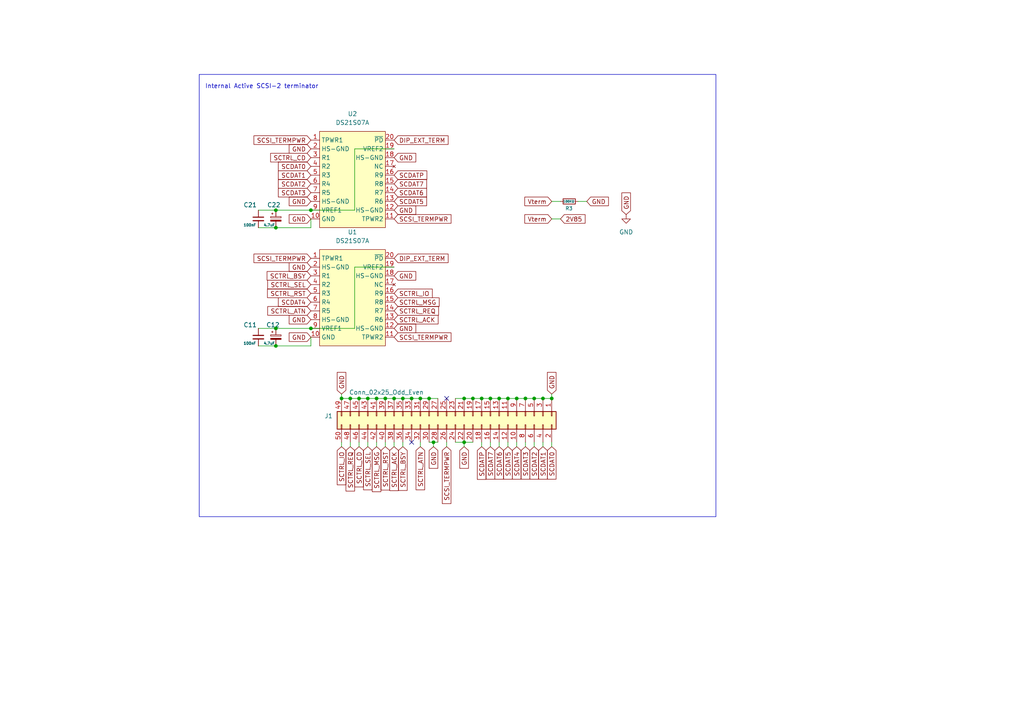
<source format=kicad_sch>
(kicad_sch (version 20250114) (generator "eeschema") (generator_version "9.0")
  (paper "A4")
  (title_block (title "A4092 backpanel PCB") (rev "PROTO0") (company "amiga.technology"))
  (lib_symbols
    (symbol "Connector_Generic:Conn_02x25_Odd_Even" (pin_names (offset 1.016) (hide yes))
      (property "Reference" "J" (at 1.27 33.02 0))
      (property "Value" "Conn_02x25_Odd_Even" (at 1.27 -33.02 0))
      (symbol "Conn_02x25_Odd_Even_1_1"
        (rectangle (start -1.27 31.75) (end 3.81 -31.75) (stroke (width 0.254)) (fill (type background)))
        (rectangle (start -1.27 30.607) (end 0 30.353) (stroke (width 0.1524)))
        (rectangle (start -1.27 28.067) (end 0 27.813) (stroke (width 0.1524)))
        (rectangle (start -1.27 25.527) (end 0 25.273) (stroke (width 0.1524)))
        (rectangle (start -1.27 22.987) (end 0 22.733) (stroke (width 0.1524)))
        (rectangle (start -1.27 20.447) (end 0 20.193) (stroke (width 0.1524)))
        (rectangle (start -1.27 17.907) (end 0 17.653) (stroke (width 0.1524)))
        (rectangle (start -1.27 15.367) (end 0 15.113) (stroke (width 0.1524)))
        (rectangle (start -1.27 12.827) (end 0 12.573) (stroke (width 0.1524)))
        (rectangle (start -1.27 10.287) (end 0 10.033) (stroke (width 0.1524)))
        (rectangle (start -1.27 7.747) (end 0 7.493) (stroke (width 0.1524)))
        (rectangle (start -1.27 5.207) (end 0 4.953) (stroke (width 0.1524)))
        (rectangle (start -1.27 2.667) (end 0 2.413) (stroke (width 0.1524)))
        (rectangle (start -1.27 0.127) (end 0 -0.127) (stroke (width 0.1524)))
        (rectangle (start -1.27 -2.413) (end 0 -2.667) (stroke (width 0.1524)))
        (rectangle (start -1.27 -4.953) (end 0 -5.207) (stroke (width 0.1524)))
        (rectangle (start -1.27 -7.493) (end 0 -7.747) (stroke (width 0.1524)))
        (rectangle (start -1.27 -10.033) (end 0 -10.287) (stroke (width 0.1524)))
        (rectangle (start -1.27 -12.573) (end 0 -12.827) (stroke (width 0.1524)))
        (rectangle (start -1.27 -15.113) (end 0 -15.367) (stroke (width 0.1524)))
        (rectangle (start -1.27 -17.653) (end 0 -17.907) (stroke (width 0.1524)))
        (rectangle (start -1.27 -20.193) (end 0 -20.447) (stroke (width 0.1524)))
        (rectangle (start -1.27 -22.733) (end 0 -22.987) (stroke (width 0.1524)))
        (rectangle (start -1.27 -25.273) (end 0 -25.527) (stroke (width 0.1524)))
        (rectangle (start -1.27 -27.813) (end 0 -28.067) (stroke (width 0.1524)))
        (rectangle (start -1.27 -30.353) (end 0 -30.607) (stroke (width 0.1524)))
        (rectangle (start 3.81 30.607) (end 2.54 30.353) (stroke (width 0.1524)))
        (rectangle (start 3.81 28.067) (end 2.54 27.813) (stroke (width 0.1524)))
        (rectangle (start 3.81 25.527) (end 2.54 25.273) (stroke (width 0.1524)))
        (rectangle (start 3.81 22.987) (end 2.54 22.733) (stroke (width 0.1524)))
        (rectangle (start 3.81 20.447) (end 2.54 20.193) (stroke (width 0.1524)))
        (rectangle (start 3.81 17.907) (end 2.54 17.653) (stroke (width 0.1524)))
        (rectangle (start 3.81 15.367) (end 2.54 15.113) (stroke (width 0.1524)))
        (rectangle (start 3.81 12.827) (end 2.54 12.573) (stroke (width 0.1524)))
        (rectangle (start 3.81 10.287) (end 2.54 10.033) (stroke (width 0.1524)))
        (rectangle (start 3.81 7.747) (end 2.54 7.493) (stroke (width 0.1524)))
        (rectangle (start 3.81 5.207) (end 2.54 4.953) (stroke (width 0.1524)))
        (rectangle (start 3.81 2.667) (end 2.54 2.413) (stroke (width 0.1524)))
        (rectangle (start 3.81 0.127) (end 2.54 -0.127) (stroke (width 0.1524)))
        (rectangle (start 3.81 -2.413) (end 2.54 -2.667) (stroke (width 0.1524)))
        (rectangle (start 3.81 -4.953) (end 2.54 -5.207) (stroke (width 0.1524)))
        (rectangle (start 3.81 -7.493) (end 2.54 -7.747) (stroke (width 0.1524)))
        (rectangle (start 3.81 -10.033) (end 2.54 -10.287) (stroke (width 0.1524)))
        (rectangle (start 3.81 -12.573) (end 2.54 -12.827) (stroke (width 0.1524)))
        (rectangle (start 3.81 -15.113) (end 2.54 -15.367) (stroke (width 0.1524)))
        (rectangle (start 3.81 -17.653) (end 2.54 -17.907) (stroke (width 0.1524)))
        (rectangle (start 3.81 -20.193) (end 2.54 -20.447) (stroke (width 0.1524)))
        (rectangle (start 3.81 -22.733) (end 2.54 -22.987) (stroke (width 0.1524)))
        (rectangle (start 3.81 -25.273) (end 2.54 -25.527) (stroke (width 0.1524)))
        (rectangle (start 3.81 -27.813) (end 2.54 -28.067) (stroke (width 0.1524)))
        (rectangle (start 3.81 -30.353) (end 2.54 -30.607) (stroke (width 0.1524)))
        (pin passive line (at -5.08 30.48 0) (length 3.81) (name "Pin_1") (number "1"))
        (pin passive line (at -5.08 27.94 0) (length 3.81) (name "Pin_3") (number "3"))
        (pin passive line (at -5.08 25.4 0) (length 3.81) (name "Pin_5") (number "5"))
        (pin passive line (at -5.08 22.86 0) (length 3.81) (name "Pin_7") (number "7"))
        (pin passive line (at -5.08 20.32 0) (length 3.81) (name "Pin_9") (number "9"))
        (pin passive line (at -5.08 17.78 0) (length 3.81) (name "Pin_11") (number "11"))
        (pin passive line (at -5.08 15.24 0) (length 3.81) (name "Pin_13") (number "13"))
        (pin passive line (at -5.08 12.7 0) (length 3.81) (name "Pin_15") (number "15"))
        (pin passive line (at -5.08 10.16 0) (length 3.81) (name "Pin_17") (number "17"))
        (pin passive line (at -5.08 7.62 0) (length 3.81) (name "Pin_19") (number "19"))
        (pin passive line (at -5.08 5.08 0) (length 3.81) (name "Pin_21") (number "21"))
        (pin passive line (at -5.08 2.54 0) (length 3.81) (name "Pin_23") (number "23"))
        (pin passive line (at -5.08 0 0) (length 3.81) (name "Pin_25") (number "25"))
        (pin passive line (at -5.08 -2.54 0) (length 3.81) (name "Pin_27") (number "27"))
        (pin passive line (at -5.08 -5.08 0) (length 3.81) (name "Pin_29") (number "29"))
        (pin passive line (at -5.08 -7.62 0) (length 3.81) (name "Pin_31") (number "31"))
        (pin passive line (at -5.08 -10.16 0) (length 3.81) (name "Pin_33") (number "33"))
        (pin passive line (at -5.08 -12.7 0) (length 3.81) (name "Pin_35") (number "35"))
        (pin passive line (at -5.08 -15.24 0) (length 3.81) (name "Pin_37") (number "37"))
        (pin passive line (at -5.08 -17.78 0) (length 3.81) (name "Pin_39") (number "39"))
        (pin passive line (at -5.08 -20.32 0) (length 3.81) (name "Pin_41") (number "41"))
        (pin passive line (at -5.08 -22.86 0) (length 3.81) (name "Pin_43") (number "43"))
        (pin passive line (at -5.08 -25.4 0) (length 3.81) (name "Pin_45") (number "45"))
        (pin passive line (at -5.08 -27.94 0) (length 3.81) (name "Pin_47") (number "47"))
        (pin passive line (at -5.08 -30.48 0) (length 3.81) (name "Pin_49") (number "49"))
        (pin passive line (at 7.62 30.48 180) (length 3.81) (name "Pin_2") (number "2"))
        (pin passive line (at 7.62 27.94 180) (length 3.81) (name "Pin_4") (number "4"))
        (pin passive line (at 7.62 25.4 180) (length 3.81) (name "Pin_6") (number "6"))
        (pin passive line (at 7.62 22.86 180) (length 3.81) (name "Pin_8") (number "8"))
        (pin passive line (at 7.62 20.32 180) (length 3.81) (name "Pin_10") (number "10"))
        (pin passive line (at 7.62 17.78 180) (length 3.81) (name "Pin_12") (number "12"))
        (pin passive line (at 7.62 15.24 180) (length 3.81) (name "Pin_14") (number "14"))
        (pin passive line (at 7.62 12.7 180) (length 3.81) (name "Pin_16") (number "16"))
        (pin passive line (at 7.62 10.16 180) (length 3.81) (name "Pin_18") (number "18"))
        (pin passive line (at 7.62 7.62 180) (length 3.81) (name "Pin_20") (number "20"))
        (pin passive line (at 7.62 5.08 180) (length 3.81) (name "Pin_22") (number "22"))
        (pin passive line (at 7.62 2.54 180) (length 3.81) (name "Pin_24") (number "24"))
        (pin passive line (at 7.62 0 180) (length 3.81) (name "Pin_26") (number "26"))
        (pin passive line (at 7.62 -2.54 180) (length 3.81) (name "Pin_28") (number "28"))
        (pin passive line (at 7.62 -5.08 180) (length 3.81) (name "Pin_30") (number "30"))
        (pin passive line (at 7.62 -7.62 180) (length 3.81) (name "Pin_32") (number "32"))
        (pin passive line (at 7.62 -10.16 180) (length 3.81) (name "Pin_34") (number "34"))
        (pin passive line (at 7.62 -12.7 180) (length 3.81) (name "Pin_36") (number "36"))
        (pin passive line (at 7.62 -15.24 180) (length 3.81) (name "Pin_38") (number "38"))
        (pin passive line (at 7.62 -17.78 180) (length 3.81) (name "Pin_40") (number "40"))
        (pin passive line (at 7.62 -20.32 180) (length 3.81) (name "Pin_42") (number "42"))
        (pin passive line (at 7.62 -22.86 180) (length 3.81) (name "Pin_44") (number "44"))
        (pin passive line (at 7.62 -25.4 180) (length 3.81) (name "Pin_46") (number "46"))
        (pin passive line (at 7.62 -27.94 180) (length 3.81) (name "Pin_48") (number "48"))
        (pin passive line (at 7.62 -30.48 180) (length 3.81) (name "Pin_50") (number "50"))
      )
    )
    (symbol "Device:C_Polarized_Small" (pin_numbers (hide yes)) (pin_names (offset 0.254) (hide yes))
      (property "Reference" "C" (at 0.254 1.778 0))
      (property "Value" "C_Polarized_Small" (at 0.254 -2.032 0))
      (symbol "C_Polarized_Small_0_1"
        (rectangle (start -1.524 0.6858) (end 1.524 0.3048))
        (rectangle (start -1.524 -0.3048) (end 1.524 -0.6858) (fill (type outline)))
        (polyline (pts (xy -1.27 1.524) (xy -0.762 1.524)))
        (polyline (pts (xy -1.016 1.27) (xy -1.016 1.778)))
      )
      (symbol "C_Polarized_Small_1_1"
        (pin passive line (at 0 2.54 270) (length 1.8542) (name "~") (number "1"))
        (pin passive line (at 0 -2.54 90) (length 1.8542) (name "~") (number "2"))
      )
    )
    (symbol "Device:C_Small" (pin_numbers (hide yes)) (pin_names (offset 0.254) (hide yes))
      (property "Reference" "C" (at 0.254 1.778 0))
      (property "Value" "C_Small" (at 0.254 -2.032 0))
      (symbol "C_Small_0_1"
        (polyline (pts (xy -1.524 0.508) (xy 1.524 0.508)) (stroke (width 0.3048)))
        (polyline (pts (xy -1.524 -0.508) (xy 1.524 -0.508)) (stroke (width 0.3302)))
      )
      (symbol "C_Small_1_1"
        (pin passive line (at 0 2.54 270) (length 2.032) (name "~") (number "1"))
        (pin passive line (at 0 -2.54 90) (length 2.032) (name "~") (number "2"))
      )
    )
    (symbol "Device:R_Small" (pin_numbers (hide yes)) (pin_names (offset 0.254) (hide yes))
      (property "Reference" "R" (at 0 0 90))
      (property "Value" "R_Small" (at 1.778 0 90))
      (symbol "R_Small_0_1"
        (rectangle (start -0.762 1.778) (end 0.762 -1.778) (stroke (width 0.2032)))
      )
      (symbol "R_Small_1_1"
        (pin passive line (at 0 2.54 270) (length 0.762) (name "~") (number "1"))
        (pin passive line (at 0 -2.54 90) (length 0.762) (name "~") (number "2"))
      )
    )
    (symbol "ds2107:DS21S07AE"
      (property "Reference" "U" (at 3.048 0.508 0))
      (symbol "DS21S07AE_1_1"
        (rectangle (start -1.27 -2.54) (end 17.78 -30.48) (fill (type background)))
        (pin power_in line (at -3.81 -5.08 0) (length 2.54) (name "TPWR1") (number "1"))
        (pin power_in line (at -3.81 -7.62 0) (length 2.54) (name "HS-GND") (number "2"))
        (pin input line (at -3.81 -10.16 0) (length 2.54) (name "R1") (number "3"))
        (pin input line (at -3.81 -12.7 0) (length 2.54) (name "R2") (number "4"))
        (pin input line (at -3.81 -15.24 0) (length 2.54) (name "R3") (number "5"))
        (pin input line (at -3.81 -17.78 0) (length 2.54) (name "R4") (number "6"))
        (pin input line (at -3.81 -20.32 0) (length 2.54) (name "R5") (number "7"))
        (pin power_in line (at -3.81 -22.86 0) (length 2.54) (name "HS-GND") (number "8"))
        (pin power_in line (at -3.81 -25.4 0) (length 2.54) (name "VREF1") (number "9"))
        (pin power_in line (at -3.81 -27.94 0) (length 2.54) (name "GND") (number "10"))
        (pin input line (at 20.32 -5.08 180) (length 2.54) (name "~{PD}") (number "20"))
        (pin power_in line (at 20.32 -7.62 180) (length 2.54) (name "VREF2") (number "19"))
        (pin power_in line (at 20.32 -10.16 180) (length 2.54) (name "HS-GND") (number "18"))
        (pin no_connect line (at 20.32 -12.7 180) (length 2.54) (name "NC") (number "17"))
        (pin input line (at 20.32 -15.24 180) (length 2.54) (name "R9") (number "16"))
        (pin input line (at 20.32 -17.78 180) (length 2.54) (name "R8") (number "15"))
        (pin input line (at 20.32 -20.32 180) (length 2.54) (name "R7") (number "14"))
        (pin input line (at 20.32 -22.86 180) (length 2.54) (name "R6") (number "13"))
        (pin power_in line (at 20.32 -25.4 180) (length 2.54) (name "HS-GND") (number "12"))
        (pin power_in line (at 20.32 -27.94 180) (length 2.54) (name "TPWR2") (number "11"))
      )
    )
    (symbol "power:GND" (power) (pin_numbers (hide yes)) (pin_names (offset 0) (hide yes))
      (property "Value" "GND" (at 0 -3.81 0))
      (symbol "GND_0_1"
        (polyline (pts (xy 0 0) (xy 0 -1.27) (xy 1.27 -1.27) (xy 0 -2.54) (xy -1.27 -1.27) (xy 0 -1.27)))
      )
      (symbol "GND_1_1"
        (pin power_in line (at 0 0 270) (length 0) (name "~") (number "1"))
      )
    )
  )
  (rectangle (start 57.785 21.59) (end 207.645 149.86))
  (text "Internal Active SCSI-2 terminator" (at 75.946 25.146 0) (effects (font (size 1.27 1.27))))
  (junction (at 157.48 115.57))
  (junction (at 116.84 115.57))
  (junction (at 144.78 115.57))
  (junction (at 142.24 115.57))
  (junction (at 109.22 115.57))
  (junction (at 80.01 100.33))
  (junction (at 114.3 115.57))
  (junction (at 154.94 115.57))
  (junction (at 124.46 115.57))
  (junction (at 137.16 115.57))
  (junction (at 147.32 115.57))
  (junction (at 134.62 128.27))
  (junction (at 134.62 115.57))
  (junction (at 104.14 115.57))
  (junction (at 80.01 95.25))
  (junction (at 90.17 60.96))
  (junction (at 80.01 60.96))
  (junction (at 111.76 115.57))
  (junction (at 121.92 115.57))
  (junction (at 152.4 115.57))
  (junction (at 80.01 66.04))
  (junction (at 139.7 115.57))
  (junction (at 90.17 95.25))
  (junction (at 160.02 115.57))
  (junction (at 125.73 128.27))
  (junction (at 106.68 115.57))
  (junction (at 99.06 115.57))
  (junction (at 119.38 115.57))
  (junction (at 101.6 115.57))
  (junction (at 149.86 115.57))
  (no_connect (at 129.54 115.57))
  (no_connect (at 119.38 128.27))
  (wire (pts (xy 129.54 129.54) (xy 129.54 128.27)))
  (wire (pts (xy 106.68 115.57) (xy 109.22 115.57)))
  (wire (pts (xy 144.78 115.57) (xy 147.32 115.57)))
  (wire (pts (xy 147.32 129.54) (xy 147.32 128.27)))
  (wire (pts (xy 90.17 100.33) (xy 80.01 100.33)))
  (wire (pts (xy 139.7 128.27) (xy 139.7 129.54)))
  (wire (pts (xy 102.87 95.25) (xy 102.87 77.47)))
  (wire (pts (xy 104.14 128.27) (xy 104.14 129.54)))
  (wire (pts (xy 111.76 128.27) (xy 111.76 129.54)))
  (wire (pts (xy 147.32 115.57) (xy 149.86 115.57)))
  (wire (pts (xy 102.87 77.47) (xy 114.3 77.47)))
  (wire (pts (xy 74.93 95.25) (xy 80.01 95.25)))
  (wire (pts (xy 99.06 114.3) (xy 99.06 115.57)))
  (wire (pts (xy 90.17 66.04) (xy 80.01 66.04)))
  (wire (pts (xy 134.62 128.27) (xy 137.16 128.27)))
  (wire (pts (xy 90.17 63.5) (xy 90.17 66.04)))
  (wire (pts (xy 134.62 128.27) (xy 134.62 129.54)))
  (wire (pts (xy 109.22 128.27) (xy 109.22 129.54)))
  (wire (pts (xy 101.6 128.27) (xy 101.6 129.54)))
  (wire (pts (xy 154.94 115.57) (xy 157.48 115.57)))
  (wire (pts (xy 152.4 115.57) (xy 154.94 115.57)))
  (wire (pts (xy 124.46 128.27) (xy 125.73 128.27)))
  (wire (pts (xy 106.68 128.27) (xy 106.68 129.54)))
  (wire (pts (xy 170.18 58.42) (xy 167.64 58.42)))
  (wire (pts (xy 116.84 128.27) (xy 116.84 129.54)))
  (wire (pts (xy 134.62 115.57) (xy 137.16 115.57)))
  (wire (pts (xy 74.93 100.33) (xy 80.01 100.33)))
  (wire (pts (xy 102.87 43.18) (xy 114.3 43.18)))
  (wire (pts (xy 121.92 115.57) (xy 124.46 115.57)))
  (wire (pts (xy 160.02 128.27) (xy 160.02 129.54)))
  (wire (pts (xy 124.46 115.57) (xy 127 115.57)))
  (wire (pts (xy 121.92 128.27) (xy 121.92 129.54)))
  (wire (pts (xy 119.38 115.57) (xy 121.92 115.57)))
  (wire (pts (xy 104.14 115.57) (xy 106.68 115.57)))
  (wire (pts (xy 90.17 97.79) (xy 90.17 100.33)))
  (wire (pts (xy 99.06 128.27) (xy 99.06 129.54)))
  (wire (pts (xy 149.86 115.57) (xy 152.4 115.57)))
  (wire (pts (xy 80.01 95.25) (xy 90.17 95.25)))
  (wire (pts (xy 90.17 95.25) (xy 102.87 95.25)))
  (wire (pts (xy 132.08 115.57) (xy 134.62 115.57)))
  (wire (pts (xy 157.48 115.57) (xy 160.02 115.57)))
  (wire (pts (xy 74.93 60.96) (xy 80.01 60.96)))
  (wire (pts (xy 80.01 60.96) (xy 90.17 60.96)))
  (wire (pts (xy 152.4 128.27) (xy 152.4 129.54)))
  (wire (pts (xy 90.17 60.96) (xy 102.87 60.96)))
  (wire (pts (xy 162.56 63.5) (xy 160.02 63.5)))
  (wire (pts (xy 157.48 128.27) (xy 157.48 129.54)))
  (wire (pts (xy 74.93 66.04) (xy 80.01 66.04)))
  (wire (pts (xy 114.3 115.57) (xy 116.84 115.57)))
  (wire (pts (xy 162.56 58.42) (xy 160.02 58.42)))
  (wire (pts (xy 142.24 128.27) (xy 142.24 129.54)))
  (wire (pts (xy 116.84 115.57) (xy 119.38 115.57)))
  (wire (pts (xy 111.76 115.57) (xy 114.3 115.57)))
  (wire (pts (xy 102.87 60.96) (xy 102.87 43.18)))
  (wire (pts (xy 125.73 128.27) (xy 127 128.27)))
  (wire (pts (xy 125.73 128.27) (xy 125.73 129.54)))
  (wire (pts (xy 109.22 115.57) (xy 111.76 115.57)))
  (wire (pts (xy 114.3 128.27) (xy 114.3 129.54)))
  (wire (pts (xy 142.24 115.57) (xy 144.78 115.57)))
  (wire (pts (xy 154.94 128.27) (xy 154.94 129.54)))
  (wire (pts (xy 137.16 115.57) (xy 139.7 115.57)))
  (wire (pts (xy 99.06 115.57) (xy 101.6 115.57)))
  (wire (pts (xy 144.78 128.27) (xy 144.78 129.54)))
  (wire (pts (xy 101.6 115.57) (xy 104.14 115.57)))
  (wire (pts (xy 132.08 128.27) (xy 134.62 128.27)))
  (wire (pts (xy 160.02 114.3) (xy 160.02 115.57)))
  (wire (pts (xy 139.7 115.57) (xy 142.24 115.57)))
  (wire (pts (xy 149.86 128.27) (xy 149.86 129.54)))
  (global_label "SCTRL_CD" (shape input) (at 104.14 129.54 270) (property "Intersheetrefs" "${INTERSHEET_REFS}" (effects (hide yes))))
  (global_label "SCDAT7" (shape input) (at 114.3 53.34 0) (property "Intersheetrefs" "${INTERSHEET_REFS}" (effects (hide yes))))
  (global_label "SCSI_TERMPWR" (shape input) (at 114.3 63.5 0) (property "Intersheetrefs" "${INTERSHEET_REFS}" (effects (hide yes))))
  (global_label "GND" (shape input) (at 160.02 114.3 90) (property "Intersheetrefs" "${INTERSHEET_REFS}" (effects (hide yes))))
  (global_label "SCTRL_MSG" (shape input) (at 109.22 129.54 270) (property "Intersheetrefs" "${INTERSHEET_REFS}" (effects (hide yes))))
  (global_label "SCDAT6" (shape input) (at 144.78 129.54 270) (property "Intersheetrefs" "${INTERSHEET_REFS}" (effects (hide yes))))
  (global_label "SCDAT0" (shape input) (at 160.02 129.54 270) (property "Intersheetrefs" "${INTERSHEET_REFS}" (effects (hide yes))))
  (global_label "GND" (shape input) (at 134.62 129.54 270) (property "Intersheetrefs" "${INTERSHEET_REFS}" (effects (hide yes))))
  (global_label "SCDAT4" (shape input) (at 90.17 87.63 180) (property "Intersheetrefs" "${INTERSHEET_REFS}" (effects (hide yes))))
  (global_label "SCTRL_IO" (shape input) (at 114.3 85.09 0) (property "Intersheetrefs" "${INTERSHEET_REFS}" (effects (hide yes))))
  (global_label "GND" (shape input) (at 170.18 58.42 0) (property "Intersheetrefs" "${INTERSHEET_REFS}" (effects (hide yes))))
  (global_label "GND" (shape input) (at 90.17 58.42 180) (property "Intersheetrefs" "${INTERSHEET_REFS}" (effects (hide yes))))
  (global_label "DIP_EXT_TERM" (shape input) (at 114.3 74.93 0) (property "Intersheetrefs" "${INTERSHEET_REFS}" (effects (hide yes))))
  (global_label "SCDAT0" (shape input) (at 90.17 48.26 180) (property "Intersheetrefs" "${INTERSHEET_REFS}" (effects (hide yes))))
  (global_label "SCDAT1" (shape input) (at 157.48 129.54 270) (property "Intersheetrefs" "${INTERSHEET_REFS}" (effects (hide yes))))
  (global_label "SCTRL_CD" (shape input) (at 90.17 45.72 180) (property "Intersheetrefs" "${INTERSHEET_REFS}" (effects (hide yes))))
  (global_label "SCTRL_ACK" (shape input) (at 114.3 129.54 270) (property "Intersheetrefs" "${INTERSHEET_REFS}" (effects (hide yes))))
  (global_label "SCTRL_BSY" (shape input) (at 90.17 80.01 180) (property "Intersheetrefs" "${INTERSHEET_REFS}" (effects (hide yes))))
  (global_label "GND" (shape input) (at 125.73 129.54 270) (property "Intersheetrefs" "${INTERSHEET_REFS}" (effects (hide yes))))
  (global_label "SCDAT6" (shape input) (at 114.3 55.88 0) (property "Intersheetrefs" "${INTERSHEET_REFS}" (effects (hide yes))))
  (global_label "GND" (shape input) (at 90.17 77.47 180) (property "Intersheetrefs" "${INTERSHEET_REFS}" (effects (hide yes))))
  (global_label "SCSI_TERMPWR" (shape input) (at 90.17 74.93 180) (property "Intersheetrefs" "${INTERSHEET_REFS}" (effects (hide yes))))
  (global_label "SCSI_TERMPWR" (shape input) (at 114.3 97.79 0) (property "Intersheetrefs" "${INTERSHEET_REFS}" (effects (hide yes))))
  (global_label "GND" (shape input) (at 90.17 43.18 180) (property "Intersheetrefs" "${INTERSHEET_REFS}" (effects (hide yes))))
  (global_label "SCDATP" (shape input) (at 114.3 50.8 0) (property "Intersheetrefs" "${INTERSHEET_REFS}" (effects (hide yes))))
  (global_label "Vterm" (shape input) (at 160.02 58.42 180) (property "Intersheetrefs" "${INTERSHEET_REFS}" (effects (hide yes))))
  (global_label "SCTRL_RST" (shape input) (at 111.76 129.54 270) (property "Intersheetrefs" "${INTERSHEET_REFS}" (effects (hide yes))))
  (global_label "SCSI_TERMPWR" (shape input) (at 129.54 129.54 270) (property "Intersheetrefs" "${INTERSHEET_REFS}" (effects (hide yes))))
  (global_label "SCTRL_ATN" (shape input) (at 90.17 90.17 180) (property "Intersheetrefs" "${INTERSHEET_REFS}" (effects (hide yes))))
  (global_label "GND" (shape input) (at 90.17 63.5 180) (property "Intersheetrefs" "${INTERSHEET_REFS}" (effects (hide yes))))
  (global_label "SCDAT5" (shape input) (at 114.3 58.42 0) (property "Intersheetrefs" "${INTERSHEET_REFS}" (effects (hide yes))))
  (global_label "GND" (shape input) (at 114.3 95.25 0) (property "Intersheetrefs" "${INTERSHEET_REFS}" (effects (hide yes))))
  (global_label "SCDAT5" (shape input) (at 147.32 129.54 270) (property "Intersheetrefs" "${INTERSHEET_REFS}" (effects (hide yes))))
  (global_label "GND" (shape input) (at 114.3 80.01 0) (property "Intersheetrefs" "${INTERSHEET_REFS}" (effects (hide yes))))
  (global_label "DIP_EXT_TERM" (shape input) (at 114.3 40.64 0) (property "Intersheetrefs" "${INTERSHEET_REFS}" (effects (hide yes))))
  (global_label "Vterm" (shape input) (at 160.02 63.5 180) (property "Intersheetrefs" "${INTERSHEET_REFS}" (effects (hide yes))))
  (global_label "SCTRL_ATN" (shape input) (at 121.92 129.54 270) (property "Intersheetrefs" "${INTERSHEET_REFS}" (effects (hide yes))))
  (global_label "GND" (shape input) (at 90.17 97.79 180) (property "Intersheetrefs" "${INTERSHEET_REFS}" (effects (hide yes))))
  (global_label "SCTRL_REQ" (shape input) (at 101.6 129.54 270) (property "Intersheetrefs" "${INTERSHEET_REFS}" (effects (hide yes))))
  (global_label "SCSI_TERMPWR" (shape input) (at 90.17 40.64 180) (property "Intersheetrefs" "${INTERSHEET_REFS}" (effects (hide yes))))
  (global_label "SCDAT2" (shape input) (at 154.94 129.54 270) (property "Intersheetrefs" "${INTERSHEET_REFS}" (effects (hide yes))))
  (global_label "SCTRL_SEL" (shape input) (at 90.17 82.55 180) (property "Intersheetrefs" "${INTERSHEET_REFS}" (effects (hide yes))))
  (global_label "GND" (shape input) (at 181.61 62.23 90) (property "Intersheetrefs" "${INTERSHEET_REFS}" (effects (hide yes))))
  (global_label "GND" (shape input) (at 114.3 60.96 0) (property "Intersheetrefs" "${INTERSHEET_REFS}" (effects (hide yes))))
  (global_label "SCTRL_SEL" (shape input) (at 106.68 129.54 270) (property "Intersheetrefs" "${INTERSHEET_REFS}" (effects (hide yes))))
  (global_label "SCDAT1" (shape input) (at 90.17 50.8 180) (property "Intersheetrefs" "${INTERSHEET_REFS}" (effects (hide yes))))
  (global_label "SCTRL_IO" (shape input) (at 99.06 129.54 270) (property "Intersheetrefs" "${INTERSHEET_REFS}" (effects (hide yes))))
  (global_label "GND" (shape input) (at 114.3 45.72 0) (property "Intersheetrefs" "${INTERSHEET_REFS}" (effects (hide yes))))
  (global_label "SCDAT2" (shape input) (at 90.17 53.34 180) (property "Intersheetrefs" "${INTERSHEET_REFS}" (effects (hide yes))))
  (global_label "SCDAT3" (shape input) (at 152.4 129.54 270) (property "Intersheetrefs" "${INTERSHEET_REFS}" (effects (hide yes))))
  (global_label "SCDAT7" (shape input) (at 142.24 129.54 270) (property "Intersheetrefs" "${INTERSHEET_REFS}" (effects (hide yes))))
  (global_label "GND" (shape input) (at 90.17 92.71 180) (property "Intersheetrefs" "${INTERSHEET_REFS}" (effects (hide yes))))
  (global_label "SCTRL_RST" (shape input) (at 90.17 85.09 180) (property "Intersheetrefs" "${INTERSHEET_REFS}" (effects (hide yes))))
  (global_label "2V85" (shape input) (at 162.56 63.5 0) (property "Intersheetrefs" "${INTERSHEET_REFS}" (effects (hide yes))))
  (global_label "SCDAT4" (shape input) (at 149.86 129.54 270) (property "Intersheetrefs" "${INTERSHEET_REFS}" (effects (hide yes))))
  (global_label "SCDATP" (shape input) (at 139.7 129.54 270) (property "Intersheetrefs" "${INTERSHEET_REFS}" (effects (hide yes))))
  (global_label "SCTRL_MSG" (shape input) (at 114.3 87.63 0) (property "Intersheetrefs" "${INTERSHEET_REFS}" (effects (hide yes))))
  (global_label "SCTRL_ACK" (shape input) (at 114.3 92.71 0) (property "Intersheetrefs" "${INTERSHEET_REFS}" (effects (hide yes))))
  (global_label "SCDAT3" (shape input) (at 90.17 55.88 180) (property "Intersheetrefs" "${INTERSHEET_REFS}" (effects (hide yes))))
  (global_label "SCTRL_BSY" (shape input) (at 116.84 129.54 270) (property "Intersheetrefs" "${INTERSHEET_REFS}" (effects (hide yes))))
  (global_label "GND" (shape input) (at 99.06 114.3 90) (property "Intersheetrefs" "${INTERSHEET_REFS}" (effects (hide yes))))
  (global_label "SCTRL_REQ" (shape input) (at 114.3 90.17 0) (property "Intersheetrefs" "${INTERSHEET_REFS}" (effects (hide yes))))
  (symbol (lib_id "ds2107:DS21S07AE") (at 93.98 69.85 0) (unit 1)
    (property "Reference" "U1" (at 102.235 67.31 0))
    (property "Value" "DS21S07A" (at 102.235 69.85 0))
    (property "Footprint" "Package_SO:TSSOP-20_4.4x6.5mm_P0.65mm" (effects (hide yes)))
    (property "Datasheet" "https://www.analog.com/media/en/technical-documentation/data-sheets/DS21S07A.pdf" (effects (hide yes)))
    (property "LCSC Part #" "C6602097" (effects (hide yes)))
  )
  (symbol (lib_id "Device:C_Small") (at 74.93 97.79 0) (unit 1)
    (property "Reference" "C11" (at 70.612 94.234 0) (effects (justify left)))
    (property "Value" "100nF" (at 70.612 99.568 0) (effects (font (size 0.762 0.762)) (justify left)))
    (property "Footprint" "Capacitor_SMD:C_0603_1608Metric_Pad1.08x0.95mm_HandSolder" (effects (hide yes)))
    (property "Description" "Unpolarized capacitor, small symbol" (effects (hide yes)))
    (property "LCSC Part #" "C14663" (effects (hide yes)))
  )
  (symbol (lib_id "ds2107:DS21S07AE") (at 93.98 35.56 0) (unit 1)
    (property "Reference" "U2" (at 102.235 33.02 0))
    (property "Value" "DS21S07A" (at 102.235 35.56 0))
    (property "Footprint" "Package_SO:TSSOP-20_4.4x6.5mm_P0.65mm" (effects (hide yes)))
    (property "Datasheet" "https://www.analog.com/media/en/technical-documentation/data-sheets/DS21S07A.pdf" (effects (hide yes)))
    (property "LCSC Part #" "C6602097" (effects (hide yes)))
  )
  (symbol (lib_id "Device:C_Polarized_Small") (at 80.01 63.5 0) (unit 1)
    (property "Reference" "C22" (at 77.47 59.436 0) (effects (justify left)))
    (property "Value" "4.7uF" (at 76.454 65.278 0) (effects (font (size 0.762 0.762)) (justify left)))
    (property "Footprint" "Capacitor_Tantalum_SMD:CP_EIA-3216-10_Kemet-I_HandSolder" (effects (hide yes)))
    (property "Description" "Polarized capacitor, small symbol" (effects (hide yes)))
    (property "LCSC Part #" "C7189" (effects (hide yes)))
  )
  (symbol (lib_id "Device:C_Polarized_Small") (at 80.01 97.79 0) (unit 1)
    (property "Reference" "C12" (at 77.216 94.234 0) (effects (justify left)))
    (property "Value" "4.7uF" (at 76.454 99.568 0) (effects (font (size 0.762 0.762)) (justify left)))
    (property "Footprint" "Capacitor_Tantalum_SMD:CP_EIA-3216-10_Kemet-I_HandSolder" (effects (hide yes)))
    (property "Description" "Polarized capacitor, small symbol" (effects (hide yes)))
    (property "LCSC Part #" "C7189" (effects (hide yes)))
  )
  (symbol (lib_id "Device:C_Small") (at 74.93 63.5 0) (unit 1)
    (property "Reference" "C21" (at 70.612 59.436 0) (effects (justify left)))
    (property "Value" "100nF" (at 70.612 65.278 0) (effects (font (size 0.762 0.762)) (justify left)))
    (property "Footprint" "Capacitor_SMD:C_0603_1608Metric_Pad1.08x0.95mm_HandSolder" (effects (hide yes)))
    (property "Description" "Unpolarized capacitor, small symbol" (effects (hide yes)))
    (property "LCSC Part #" "C14663" (effects (hide yes)))
  )
  (symbol (lib_id "Device:R_Small") (at 165.1 58.42 270) (unit 1)
    (property "Reference" "R3" (at 166.116 60.452 90) (effects (font (size 1.016 1.016)) (justify right)))
    (property "Value" "100KΩ" (at 166.624 58.42 90) (effects (font (size 0.635 0.635)) (justify right)))
    (property "Footprint" "Resistor_SMD:R_0603_1608Metric" (effects (hide yes)))
    (property "Description" "Resistor, small symbol" (effects (hide yes)))
  )
  (symbol (lib_id "power:GND") (at 181.61 62.23 0) (unit 1)
    (property "Reference" "#PWR01" (effects (hide yes)))
    (property "Value" "GND" (at 181.61 67.31 0))
    (property "Description" "Power symbol creates a global label with name \"GND\" , ground" (effects (hide yes)))
  )
  (symbol (lib_id "Connector_Generic:Conn_02x25_Odd_Even") (at 129.54 120.65 270) (unit 1)
    (property "Reference" "J1" (at 96.52 120.6499 90) (effects (justify right)))
    (property "Value" "Conn_02x25_Odd_Even" (at 122.936 113.792 90) (effects (justify right)))
    (property "Footprint" "Connector_IDC_local:IDC-Header_2x25_P2.54mm_Horizontal" (effects (hide yes)))
    (property "Description" "Generic connector, double row, 02x25, odd/even pin numbering scheme (row 1 odd numbers, row 2 even numbers), script generated (kicad-library-utils/schlib/autogen/connector/)" (effects (hide yes)))
    (property "LCSC Part #" "C7430330" (effects (hide yes)))
  )
)
</source>
